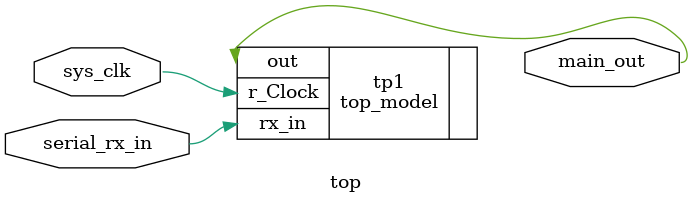
<source format=v>
/*Copyright [2018] [Siddhant Mahapatra]

Licensed under the Apache License, Version 2.0 (the "License");
you may not use this file except in compliance with the License.
You may obtain a copy of the License at

    https://github.com/Robosid/Drone-Intelligence/blob/master/License.rtf
    https://github.com/Robosid/Drone-Intelligence/blob/master/License.pdf

Unless required by applicable law or agreed to in writing, software
distributed under the License is distributed on an "AS IS" BASIS,
WITHOUT WARRANTIES OR CONDITIONS OF ANY KIND, either express or implied.
See the License for the specific language governing permissions and
limitations under the License.
*/


module top (sys_clk, main_out, serial_rx_in);

input sys_clk;			//better be 10MHz
input serial_rx_in;
output main_out;

top_model tp1(.r_Clock(sys_clk), .out(main_out), .rx_in(serial_rx_in));

endmodule
</source>
